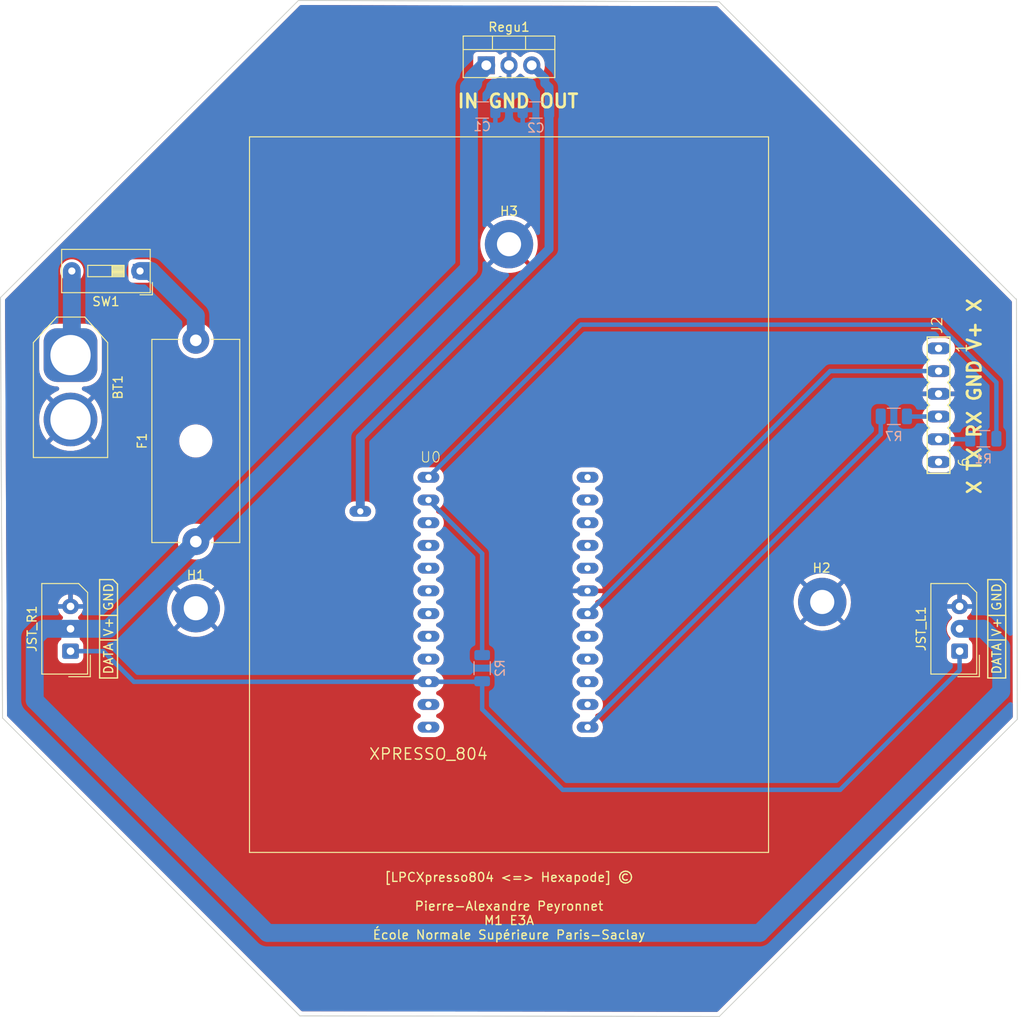
<source format=kicad_pcb>
(kicad_pcb (version 20211014) (generator pcbnew)
  (layers (0 "F.Cu" signal) (31 "B.Cu" signal) (34 "B.Paste" user) (35 "F.Paste" user) (36 "B.SilkS" user "B.Silkscreen") (37 "F.SilkS" user "F.Silkscreen") (38 "B.Mask" user) (39 "F.Mask" user) (44 "Edge.Cuts" user))
  (net 0 "")
  (net 1 "GND")
  (net 2 "+12V")
  (net 3 "/VCC_5V")
  (net 5 "/UART_TX1")
  (net 6 "/UART_RX1")
  (net 7 "/VDD")
  (net 9 "/Rx0")
  (net 10 "Net-(R1-Pad2)")
  (net 11 "/Tx0")
  (net 12 "Net-(R7-Pad1)")
  (net 31 "Net-(BT1-Pad1)")
  (net 32 "Net-(F1-Pad2)")
  (footprint "CarteUE441_v2:CON-LSTA_FE06" (layer "F.Cu") (at 189 93 -90)
    (fp_text reference "J2" (at -10 -0.5 90) (layer "F.SilkS") (effects (font (size 1.143 1.143) (thickness 0.127)) (justify right bottom)))
    (fp_text value "SERIE")
    (fp_text user "1" (at -7 -3.25 90) (layer "F.SilkS") (effects (font (size 1.143 1.143) (thickness 0.127)) (justify right bottom)))
    (fp_text user "6" (at 5.75 -3.5 90) (layer "F.SilkS") (effects (font (size 1.143 1.143) (thickness 0.127)) (justify right bottom)))
    (fp_line (start -2.794 -1.27) (end -4.826 -1.27) (layer "F.SilkS") (width 0.1524))
    (fp_line (start 7.62 1.27) (end 7.62 -1.27) (layer "F.SilkS") (width 0.1524))
    (fp_line (start 2.794 -1.27) (end 2.54 -1.016) (layer "F.SilkS") (width 0.1524))
    (fp_line (start -5.08 -1.016) (end -5.334 -1.27) (layer "F.SilkS") (width 0.1524))
    (fp_line (start 0.254 1.27) (end 2.286 1.27) (layer "F.SilkS") (width 0.1524))
    (fp_line (start -2.286 -1.27) (end -2.54 -1.016) (layer "F.SilkS") (width 0.1524))
    (fp_line (start 0.254 -1.27) (end 0 -1.016) (layer "F.SilkS") (width 0.1524))
    (fp_line (start -4.826 -1.27) (end -5.08 -1.016) (layer "F.SilkS") (width 0.1524))
    (fp_line (start -7.62 -1.27) (end -7.62 1.27) (layer "F.SilkS") (width 0.1524))
    (fp_line (start 2.54 1.016) (end 2.794 1.27) (layer "F.SilkS") (width 0.1524))
    (fp_line (start -7.62 1.27) (end -5.334 1.27) (layer "F.SilkS") (width 0.1524))
    (fp_line (start -5.334 1.27) (end -5.08 1.016) (layer "F.SilkS") (width 0.1524))
    (fp_line (start -2.54 1.016) (end -2.286 1.27) (layer "F.SilkS") (width 0.1524))
    (fp_line (start 2.794 1.27) (end 4.826 1.27) (layer "F.SilkS") (width 0.1524))
    (fp_line (start 4.826 1.27) (end 5.08 1.016) (layer "F.SilkS") (width 0.1524))
    (fp_line (start 2.286 1.27) (end 2.54 1.016) (layer "F.SilkS") (width 0.1524))
    (fp_line (start 2.54 -1.016) (end 2.286 -1.27) (layer "F.SilkS") (width 0.1524))
    (fp_line (start -4.826 1.27) (end -2.794 1.27) (layer "F.SilkS") (width 0.1524))
    (fp_line (start -2.54 -1.016) (end -2.794 -1.27) (layer "F.SilkS") (width 0.1524))
    (fp_line (start -0.254 -1.27) (end -2.286 -1.27) (layer "F.SilkS") (width 0.1524))
    (fp_line (start -2.794 1.27) (end -2.54 1.016) (layer "F.SilkS") (width 0.1524))
    (fp_line (start 0 -1.016) (end -0.254 -1.27) (layer "F.SilkS") (width 0.1524))
    (fp_line (start 4.826 -1.27) (end 2.794 -1.27) (layer "F.SilkS") (width 0.1524))
    (fp_line (start 5.08 -1.016) (end 4.826 -1.27) (layer "F.SilkS") (width 0.1524))
    (fp_line (start 5.08 1.016) (end 5.334 1.27) (layer "F.SilkS") (width 0.1524))
    (fp_line (start 7.62 -1.27) (end 5.334 -1.27) (layer "F.SilkS") (width 0.1524))
    (fp_line (start 2.286 -1.27) (end 0.254 -1.27) (layer "F.SilkS") (width 0.1524))
    (fp_line (start 0 1.016) (end 0.254 1.27) (layer "F.SilkS") (width 0.1524))
    (fp_line (start -5.334 -1.27) (end -7.62 -1.27) (layer "F.SilkS") (width 0.1524))
    (fp_line (start -2.286 1.27) (end -0.254 1.27) (layer "F.SilkS") (width 0.1524))
    (fp_line (start 5.334 1.27) (end 7.62 1.27) (layer "F.SilkS") (width 0.1524))
    (fp_line (start -5.08 1.016) (end -4.826 1.27) (layer "F.SilkS") (width 0.1524))
    (fp_line (start 5.334 -1.27) (end 5.08 -1.016) (layer "F.SilkS") (width 0.1524))
    (fp_line (start -0.254 1.27) (end 0 1.016) (layer "F.SilkS") (width 0.1524))
    (pad "1" thru_hole oval (at -6.35 0) (size 2.6416 1.3208) (drill 0.8128) (layers *.Cu *.Mask))
    (pad "2" thru_hole oval (at -3.81 0) (size 2.6416 1.3208) (drill 0.8128) (layers *.Cu *.Mask) (net 7 "/VDD"))
    (pad "3" thru_hole oval (at -1.27 0) (size 2.6416 1.3208) (drill 0.8128) (layers *.Cu *.Mask) (net 1 "GND"))
    (pad "4" thru_hole oval (at 1.27 0) (size 2.6416 1.3208) (drill 0.8128) (layers *.Cu *.Mask) (net 6 "/UART_RX1"))
    (pad "5" thru_hole oval (at 3.81 0) (size 2.6416 1.3208) (drill 0.8128) (layers *.Cu *.Mask) (net 5 "/UART_TX1"))
    (pad "6" thru_hole oval (at 6.35 0) (size 2.6416 1.3208) (drill 0.8128) (layers *.Cu *.Mask))
  )
  (footprint "Package_TO_SOT_THT:TO-220-3_Vertical" (layer "F.Cu") (at 138.46 55)
    (fp_text reference "Regu1" (at 2.54 -4.27) (layer "F.SilkS"))
    (fp_text value "L7805")
    (fp_line (start 4.391 -3.27) (end 4.391 -1.76) (layer "F.SilkS") (width 0.12))
    (fp_line (start 0.69 -3.27) (end 0.69 -1.76) (layer "F.SilkS") (width 0.12))
    (fp_line (start 7.66 -3.27) (end 7.66 1.371) (layer "F.SilkS") (width 0.12))
    (fp_line (start -2.58 -3.27) (end 7.66 -3.27) (layer "F.SilkS") (width 0.12))
    (fp_line (start -2.58 1.371) (end 7.66 1.371) (layer "F.SilkS") (width 0.12))
    (fp_line (start -2.58 -3.27) (end -2.58 1.371) (layer "F.SilkS") (width 0.12))
    (fp_line (start -2.58 -1.76) (end 7.66 -1.76) (layer "F.SilkS") (width 0.12))
    (pad "1" thru_hole rect locked (at 0 0) (size 1.905 2) (drill 1.1) (layers *.Cu *.Mask) (net 2 "+12V"))
    (pad "2" thru_hole oval locked (at 2.54 0) (size 1.905 2) (drill 1.1) (layers *.Cu *.Mask) (net 1 "GND"))
    (pad "3" thru_hole oval locked (at 5.08 0) (size 1.905 2) (drill 1.1) (layers *.Cu *.Mask) (net 3 "/VCC_5V"))
  )
  (footprint "CarteUE441_v2:LIB_ENS_AJ_V1_XPRESSO_804" (layer "F.Cu") (at 132 129)
    (fp_text reference "U0" (at -1 -29.5) (layer "F.SilkS") (effects (font (size 1.1684 1.1684) (thickness 0.1016)) (justify left bottom)))
    (fp_text value "XPRESSO_804" (at 0 3) (layer "F.SilkS") (effects (font (size 1.27 1.27))))
    (fp_line (start -20 -66) (end 38 -66) (layer "F.SilkS") (width 0.12))
    (fp_line (start -20 14) (end -20 -66) (layer "F.SilkS") (width 0.12))
    (fp_line (start 38 14) (end -20 14) (layer "F.SilkS") (width 0.12))
    (fp_line (start 38 -66) (end 38 14) (layer "F.SilkS") (width 0.12))
    (pad "5V_USB" thru_hole oval (at -7.62 -24.13) (size 2.416 1.208) (drill 0.7) (layers *.Cu *.Mask) (net 3 "/VCC_5V"))
    (pad "P$1" thru_hole oval (at 0 -27.94) (size 2.416 1.208) (drill 0.7) (layers *.Cu *.Mask) (net 10 "Net-(R1-Pad2)"))
    (pad "P$2" thru_hole oval (at 0 -25.4) (size 2.416 1.208) (drill 0.7) (layers *.Cu *.Mask) (net 11 "/Tx0"))
    (pad "P$3" thru_hole oval (at 0 -22.86) (size 2.416 1.208) (drill 0.7) (layers *.Cu *.Mask))
    (pad "P$4" thru_hole oval (at 0 -20.32) (size 2.416 1.208) (drill 0.7) (layers *.Cu *.Mask))
    (pad "P$5" thru_hole oval (at 0 -17.78) (size 2.416 1.208) (drill 0.7) (layers *.Cu *.Mask))
    (pad "P$6" thru_hole oval (at 0 -15.24) (size 2.416 1.208) (drill 0.7) (layers *.Cu *.Mask))
    (pad "P$7" thru_hole oval (at 0 -12.7) (size 2.416 1.208) (drill 0.7) (layers *.Cu *.Mask))
    (pad "P$8" thru_hole oval (at 0 -10.16) (size 2.416 1.208) (drill 0.7) (layers *.Cu *.Mask))
    (pad "P$9" thru_hole oval (at 0 -7.62) (size 2.416 1.208) (drill 0.7) (layers *.Cu *.Mask))
    (pad "P$10" thru_hole oval (at 0 -5.08) (size 2.416 1.208) (drill 0.7) (layers *.Cu *.Mask) (net 9 "/Rx0"))
    (pad "P$11" thru_hole oval (at 0 -2.54) (size 2.416 1.208) (drill 0.7) (layers *.Cu *.Mask))
    (pad "P$12" thru_hole oval (at 0 0) (size 2.416 1.208) (drill 0.7) (layers *.Cu *.Mask))
    (pad "P$13" thru_hole oval (at 17.78 0) (size 2.416 1.208) (drill 0.7) (layers *.Cu *.Mask) (net 12 "Net-(R7-Pad1)"))
    (pad "P$14" thru_hole oval (at 17.78 -2.54) (size 2.416 1.208) (drill 0.7) (layers *.Cu *.Mask))
    (pad "P$15" thru_hole oval (at 17.78 -5.08) (size 2.416 1.208) (drill 0.7) (layers *.Cu *.Mask))
    (pad "P$16" thru_hole oval (at 17.78 -7.62) (size 2.416 1.208) (drill 0.7) (layers *.Cu *.Mask))
    (pad "P$17" thru_hole oval (at 17.78 -10.16) (size 2.416 1.208) (drill 0.7) (layers *.Cu *.Mask))
    (pad "P$18" thru_hole oval (at 17.78 -12.7) (size 2.416 1.208) (drill 0.7) (layers *.Cu *.Mask) (net 7 "/VDD"))
    (pad "P$19" thru_hole oval (at 17.78 -15.24) (size 2.416 1.208) (drill 0.7) (layers *.Cu *.Mask) (net 1 "GND"))
    (pad "P$20" thru_hole oval (at 17.78 -17.78) (size 2.416 1.208) (drill 0.7) (layers *.Cu *.Mask))
    (pad "P$21" thru_hole oval (at 17.78 -20.32) (size 2.416 1.208) (drill 0.7) (layers *.Cu *.Mask))
    (pad "P$22" thru_hole oval (at 17.78 -22.86) (size 2.416 1.208) (drill 0.7) (layers *.Cu *.Mask))
    (pad "P$23" thru_hole oval (at 17.78 -25.4) (size 2.416 1.208) (drill 0.7) (layers *.Cu *.Mask))
    (pad "P$24" thru_hole oval (at 17.78 -27.94) (size 2.416 1.208) (drill 0.7) (layers *.Cu *.Mask))
  )
  (footprint "MountingHole:MountingHole_2.7mm_Pad" (layer "F.Cu") (at 141 75)
    (fp_text reference "H3" (at 0 -3.7) (layer "F.SilkS"))
    (fp_text value "MountingHole_Pad")
    (pad "1" thru_hole circle locked (at 0 0) (size 5.4 5.4) (drill 2.7) (layers *.Cu *.Mask) (net 1 "GND"))
  )
  (footprint "Button_Switch_THT:SW_DIP_SPSTx01_Slide_9.78x4.72mm_W7.62mm_P2.54mm" (layer "F.Cu") (at 99.7675 78 180)
    (fp_text reference "SW1" (at 3.81 -3.42) (layer "F.SilkS"))
    (fp_text value "SW_SPST")
    (fp_line (start 1.78 -0.155) (end 3.133333 -0.155) (layer "F.SilkS") (width 0.12))
    (fp_line (start 1.78 -0.635) (end 1.78 0.635) (layer "F.SilkS") (width 0.12))
    (fp_line (start 3.133333 -0.635) (end 3.133333 0.635) (layer "F.SilkS") (width 0.12))
    (fp_line (start -1.38 -2.66) (end 0.004 -2.66) (layer "F.SilkS") (width 0.12))
    (fp_line (start -1.14 -2.42) (end 8.76 -2.42) (layer "F.SilkS") (width 0.12))
    (fp_line (start 1.78 0.205) (end 3.133333 0.205) (layer "F.SilkS") (width 0.12))
    (fp_line (start 1.78 0.635) (end 5.84 0.635) (layer "F.SilkS") (width 0.12))
    (fp_line (start 8.76 -2.42) (end 8.76 2.42) (layer "F.SilkS") (width 0.12))
    (fp_line (start 1.78 0.085) (end 3.133333 0.085) (layer "F.SilkS") (width 0.12))
    (fp_line (start 1.78 -0.275) (end 3.133333 -0.275) (layer "F.SilkS") (width 0.12))
    (fp_line (start 1.78 -0.035) (end 3.133333 -0.035) (layer "F.SilkS") (width 0.12))
    (fp_line (start 1.78 -0.515) (end 3.133333 -0.515) (layer "F.SilkS") (width 0.12))
    (fp_line (start 1.78 0.325) (end 3.133333 0.325) (layer "F.SilkS") (width 0.12))
    (fp_line (start 1.78 0.445) (end 3.133333 0.445) (layer "F.SilkS") (width 0.12))
    (fp_line (start 5.84 -0.635) (end 1.78 -0.635) (layer "F.SilkS") (width 0.12))
    (fp_line (start -1.14 -2.42) (end -1.14 2.42) (layer "F.SilkS") (width 0.12))
    (fp_line (start 1.78 -0.395) (end 3.133333 -0.395) (layer "F.SilkS") (width 0.12))
    (fp_line (start 1.78 0.565) (end 3.133333 0.565) (layer "F.SilkS") (width 0.12))
    (fp_line (start -1.38 -2.66) (end -1.38 -1.277) (layer "F.SilkS") (width 0.12))
    (fp_line (start 5.84 0.635) (end 5.84 -0.635) (layer "F.SilkS") (width 0.12))
    (fp_line (start -1.14 2.42) (end 8.76 2.42) (layer "F.SilkS") (width 0.12))
    (pad "1" thru_hole rect locked (at 0 0 180) (size 1.6 1.6) (drill 0.8) (layers *.Cu *.Mask) (net 32 "Net-(F1-Pad2)"))
    (pad "2" thru_hole oval locked (at 7.62 0 180) (size 1.6 1.6) (drill 0.8) (layers *.Cu *.Mask) (net 31 "Net-(BT1-Pad1)"))
  )
  (footprint "MountingHole:MountingHole_2.7mm_Pad" (layer "F.Cu") (at 176 115)
    (fp_text reference "H2" (at -0.07 -3.8) (layer "F.SilkS"))
    (fp_text value "MountingHole_Pad")
    (pad "1" thru_hole circle locked (at 0 0) (size 5.4 5.4) (drill 2.7) (layers *.Cu *.Mask) (net 1 "GND"))
  )
  (footprint "MountingHole:MountingHole_2.7mm_Pad" (layer "F.Cu") (at 106 115.7)
    (fp_text reference "H1" (at 0 -3.7) (layer "F.SilkS"))
    (fp_text value "MountingHole_Pad")
    (pad "1" thru_hole circle locked (at 0 0) (size 5.4 5.4) (drill 2.7) (layers *.Cu *.Mask) (net 1 "GND"))
  )
  (footprint "Fuse:Fuseholder_Cylinder-5x20mm_Schurter_0031_8201_Horizontal_Open" (layer "F.Cu") (at 106 108.25 90)
    (fp_text reference "F1" (at 11.25 -6 90) (layer "F.SilkS"))
    (fp_text value "Fuse")
    (fp_line (start -0.11 -4.91) (end 22.61 -4.91) (layer "F.SilkS") (width 0.12))
    (fp_line (start 22.61 4.91) (end 22.61 1.75) (layer "F.SilkS") (width 0.12))
    (fp_line (start -0.11 4.91) (end 22.61 4.91) (layer "F.SilkS") (width 0.12))
    (fp_line (start -0.11 4.91) (end -0.11 1.75) (layer "F.SilkS") (width 0.12))
    (fp_line (start -0.11 -1.75) (end -0.11 -4.91) (layer "F.SilkS") (width 0.12))
    (fp_line (start 22.61 -1.75) (end 22.61 -4.91) (layer "F.SilkS") (width 0.12))
    (pad "" np_thru_hole circle locked (at 11.25 0 90) (size 2.7 2.7) (drill 2.7) (layers *.Cu *.Mask))
    (pad "1" thru_hole circle locked (at 0 0 90) (size 3 3) (drill 1.3) (layers *.Cu *.Mask) (net 2 "+12V"))
    (pad "2" thru_hole circle locked (at 22.5 0 90) (size 3 3) (drill 1.3) (layers *.Cu *.Mask) (net 32 "Net-(F1-Pad2)"))
  )
  (footprint "Connector_AMASS:AMASS_XT60-F_1x02_P7.20mm_Vertical" (layer "F.Cu") (at 92 87.4 -90)
    (fp_text reference "BT1" (at 3.6 -5.3 90) (layer "F.SilkS"))
    (fp_text value "Battery")
    (fp_line (start -1.4 -4.15) (end -4.25 -1.6) (layer "F.SilkS") (width 0.12))
    (fp_line (start -4.25 1.55) (end -1.4 4.15) (layer "F.SilkS") (width 0.12))
    (fp_line (start -1.4 4.15) (end 11.45 4.15) (layer "F.SilkS") (width 0.12))
    (fp_line (start 11.45 -4.15) (end -1.4 -4.15) (layer "F.SilkS") (width 0.12))
    (fp_line (start 11.45 4.15) (end 11.45 -4.15) (layer "F.SilkS") (width 0.12))
    (fp_line (start -4.25 -1.6) (end -4.25 1.55) (layer "F.SilkS") (width 0.12))
    (pad "1" thru_hole roundrect locked (at 0 0 270) (size 6 6) (drill 4.5) (layers *.Cu *.Mask) (net 31 "Net-(BT1-Pad1)"))
    (pad "2" thru_hole circle locked (at 7.2 0 270) (size 6 6) (drill 4.5) (layers *.Cu *.Mask) (net 1 "GND"))
  )
  (footprint "Connector_Molex:Molex_SPOX_5267-03A_1x03_P2.50mm_Vertical" (layer "F.Cu") (at 92 120.5 90)
    (fp_text reference "JST_R1" (at 2.5 -4.3 90) (layer "F.SilkS"))
    (fp_text value "Conn_01x03_Male")
    (fp_line (start -2.56 -3.21) (end -2.56 1.91) (layer "F.SilkS") (width 0.12))
    (fp_line (start 6.56 1.91) (end 7.56 0.91) (layer "F.SilkS") (width 0.12))
    (fp_line (start -2.86 2.21) (end -0.45 2.21) (layer "F.SilkS") (width 0.12))
    (fp_line (start -2.86 -0.2) (end -2.86 2.21) (layer "F.SilkS") (width 0.12))
    (fp_line (start 7.56 0.91) (end 7.56 -3.21) (layer "F.SilkS") (width 0.12))
    (fp_line (start 7.56 -3.21) (end -2.56 -3.21) (layer "F.SilkS") (width 0.12))
    (fp_line (start -2.56 1.91) (end 6.56 1.91) (layer "F.SilkS") (width 0.12))
    (pad "1" thru_hole roundrect locked (at 0 0 90) (size 1.7 1.85) (drill 0.85) (layers *.Cu *.Mask) (roundrect_rratio 0.1470588235) (net 9 "/Rx0"))
    (pad "2" thru_hole oval locked (at 2.5 0 90) (size 1.7 1.85) (drill 0.85) (layers *.Cu *.Mask) (net 2 "+12V"))
    (pad "3" thru_hole oval locked (at 5 0 90) (size 1.7 1.85) (drill 0.85) (layers *.Cu *.Mask) (net 1 "GND"))
  )
  (footprint "Connector_Molex:Molex_SPOX_5267-03A_1x03_P2.50mm_Vertical" (layer "F.Cu") (at 191.35 120.5 90)
    (fp_text reference "JST_L1" (at 2.5 -4.3 90) (layer "F.SilkS"))
    (fp_text value "Conn_01x03_Male")
    (fp_line (start -2.86 -0.2) (end -2.86 2.21) (layer "F.SilkS") (width 0.12))
    (fp_line (start -2.56 1.91) (end 6.56 1.91) (layer "F.SilkS") (width 0.12))
    (fp_line (start 7.56 0.91) (end 7.56 -3.21) (layer "F.SilkS") (width 0.12))
    (fp_line (start 6.56 1.91) (end 7.56 0.91) (layer "F.SilkS") (width 0.12))
    (fp_line (start 7.56 -3.21) (end -2.56 -3.21) (layer "F.SilkS") (width 0.12))
    (fp_line (start -2.56 -3.21) (end -2.56 1.91) (layer "F.SilkS") (width 0.12))
    (fp_line (start -2.86 2.21) (end -0.45 2.21) (layer "F.SilkS") (width 0.12))
    (pad "1" thru_hole roundrect locked (at 0 0 90) (size 1.7 1.85) (drill 0.85) (layers *.Cu *.Mask) (roundrect_rratio 0.1470588235) (net 9 "/Rx0"))
    (pad "2" thru_hole oval locked (at 2.5 0 90) (size 1.7 1.85) (drill 0.85) (layers *.Cu *.Mask) (net 2 "+12V"))
    (pad "3" thru_hole oval locked (at 5 0 90) (size 1.7 1.85) (drill 0.85) (layers *.Cu *.Mask) (net 1 "GND"))
  )
  (footprint "Resistor_SMD:R_1206_3216Metric" (layer "B.Cu") (at 138 122.4 90)
    (fp_text reference "R2" (at 0 2 90) (layer "B.SilkS") (effects (justify mirror)))
    (fp_text value "1kOhm")
    (fp_line (start -0.727064 -0.91) (end 0.727064 -0.91) (layer "B.SilkS") (width 0.12))
    (fp_line (start -0.727064 0.91) (end 0.727064 0.91) (layer "B.SilkS") (width 0.12))
    (pad "1" smd roundrect locked (at -1.4625 0 90) (size 1.125 1.75) (layers "B.Cu" "B.Paste" "B.Mask") (roundrect_rratio 0.2222222222) (net 9 "/Rx0"))
    (pad "2" smd roundrect locked (at 1.4625 0 90) (size 1.125 1.75) (layers "B.Cu" "B.Paste" "B.Mask") (roundrect_rratio 0.2222222222) (net 11 "/Tx0"))
  )
  (footprint "Capacitor_SMD:C_1206_3216Metric" (layer "B.Cu") (at 144 60 180)
    (fp_text reference "C2" (at 0 -2) (layer "B.SilkS") (effects (justify mirror)))
    (fp_text value "100nF")
    (fp_line (start -0.711252 -0.91) (end 0.711252 -0.91) (layer "B.SilkS") (width 0.12))
    (fp_line (start -0.711252 0.91) (end 0.711252 0.91) (layer "B.SilkS") (width 0.12))
    (pad "1" smd roundrect locked (at -1.475 0 180) (size 1.15 1.8) (layers "B.Cu" "B.Paste" "B.Mask") (roundrect_rratio 0.2173913043) (net 3 "/VCC_5V"))
    (pad "2" smd roundrect locked (at 1.475 0 180) (size 1.15 1.8) (layers "B.Cu" "B.Paste" "B.Mask") (roundrect_rratio 0.2173913043) (net 1 "GND"))
  )
  (footprint "Resistor_SMD:R_1206_3216Metric" (layer "B.Cu") (at 184 94.25)
    (fp_text reference "R7" (at 0 2.25) (layer "B.SilkS") (effects (justify mirror)))
    (fp_text value "560")
    (fp_line (start -0.727064 -0.91) (end 0.727064 -0.91) (layer "B.SilkS") (width 0.12))
    (fp_line (start -0.727064 0.91) (end 0.727064 0.91) (layer "B.SilkS") (width 0.12))
    (pad "1" smd roundrect locked (at -1.4625 0) (size 1.125 1.75) (layers "B.Cu" "B.Paste" "B.Mask") (roundrect_rratio 0.2222222222) (net 12 "Net-(R7-Pad1)"))
    (pad "2" smd roundrect locked (at 1.4625 0) (size 1.125 1.75) (layers "B.Cu" "B.Paste" "B.Mask") (roundrect_rratio 0.2222222222) (net 6 "/UART_RX1"))
  )
  (footprint "Resistor_SMD:R_1206_3216Metric" (layer "B.Cu") (at 194 96.75)
    (fp_text reference "R1" (at 0 2.25) (layer "B.SilkS") (effects (justify mirror)))
    (fp_text value "560")
    (fp_line (start -0.727064 0.91) (end 0.727064 0.91) (layer "B.SilkS") (width 0.12))
    (fp_line (start -0.727064 -0.91) (end 0.727064 -0.91) (layer "B.SilkS") (width 0.12))
    (pad "1" smd roundrect locked (at -1.4625 0) (size 1.125 1.75) (layers "B.Cu" "B.Paste" "B.Mask") (roundrect_rratio 0.2222222222) (net 5 "/UART_TX1"))
    (pad "2" smd roundrect locked (at 1.4625 0) (size 1.125 1.75) (layers "B.Cu" "B.Paste" "B.Mask") (roundrect_rratio 0.2222222222) (net 10 "Net-(R1-Pad2)"))
  )
  (footprint "Capacitor_SMD:C_1206_3216Metric" (layer "B.Cu") (at 138 60)
    (fp_text reference "C1" (at 0 1.85) (layer "B.SilkS") (effects (justify mirror)))
    (fp_text value "330nF")
    (fp_line (start -0.711252 -0.91) (end 0.711252 -0.91) (layer "B.SilkS") (width 0.12))
    (fp_line (start -0.711252 0.91) (end 0.711252 0.91) (layer "B.SilkS") (width 0.12))
    (pad "1" smd roundrect locked (at -1.475 0) (size 1.15 1.8) (layers "B.Cu" "B.Paste" "B.Mask") (roundrect_rratio 0.2173913043) (net 2 "+12V"))
    (pad "2" smd roundrect locked (at 1.475 0) (size 1.15 1.8) (layers "B.Cu" "B.Paste" "B.Mask") (roundrect_rratio 0.2173913043) (net 1 "GND"))
  )
  (gr_line (start 196 112.5) (end 196.5 113) (layer "F.SilkS") (width 0.15))
  (gr_line (start 97.25 113) (end 97.25 123.5) (layer "F.SilkS") (width 0.15))
  (gr_line (start 97.25 116.5) (end 95.25 116.5) (layer "F.SilkS") (width 0.15))
  (gr_line (start 194.5 112.5) (end 196 112.5) (layer "F.SilkS") (width 0.15))
  (gr_line (start 196.5 119.25) (end 196.5 116.5) (layer "F.SilkS") (width 0.15))
  (gr_line (start 95.25 123.5) (end 95.25 112.5) (layer "F.SilkS") (width 0.15))
  (gr_line (start 95.25 112.5) (end 96.75 112.5) (layer "F.SilkS") (width 0.15))
  (gr_line (start 194.5 119.25) (end 196.5 119.25) (layer "F.SilkS") (width 0.15))
  (gr_line (start 97.25 123.5) (end 95.25 123.5) (layer "F.SilkS") (width 0.15))
  (gr_line (start 194.5 123.5) (end 194.5 112.5) (layer "F.SilkS") (width 0.15))
  (gr_line (start 96.75 112.5) (end 97.25 113) (layer "F.SilkS") (width 0.15))
  (gr_line (start 95.25 119.25) (end 97.25 119.25) (layer "F.SilkS") (width 0.15))
  (gr_line (start 196.5 116.5) (end 194.5 116.5) (layer "F.SilkS") (width 0.15))
  (gr_line (start 196.5 123.5) (end 194.5 123.5) (layer "F.SilkS") (width 0.15))
  (gr_line (start 196.5 113) (end 196.5 123.5) (layer "F.SilkS") (width 0.15))
  (gr_line (start 84.17 80.97) (end 84.4 127.97) (layer "Edge.Cuts") (width 0.1))
  (gr_line (start 164.48 47.89) (end 117.47 47.75) (layer "Edge.Cuts") (width 0.1))
  (gr_line (start 84.17 80.97) (end 84.4 127.97) (layer "Edge.Cuts") (width 0.1))
  (gr_line (start 84.4 127.97) (end 117.62 161.27) (layer "Edge.Cuts") (width 0.1))
  (gr_line (start 197.7 81.19) (end 164.48 47.89) (layer "Edge.Cuts") (width 0.1))
  (gr_line (start 164.48 47.89) (end 117.47 47.75) (layer "Edge.Cuts") (width 0.1))
  (gr_line (start 117.62 161.27) (end 164.5 161.34) (layer "Edge.Cuts") (width 0.1))
  (gr_line (start 117.47 47.75) (end 117.47 47.75) (layer "Edge.Cuts") (width 0.1))
  (gr_line (start 117.62 161.27) (end 164.5 161.34) (layer "Edge.Cuts") (width 0.1))
  (gr_line (start 197.8 128.12) (end 197.7 81.19) (layer "Edge.Cuts") (width 0.1))
  (gr_line (start 164.5 161.34) (end 197.8 128.12) (layer "Edge.Cuts") (width 0.1))
  (gr_line (start 84.4 127.97) (end 84.4 127.97) (layer "Edge.Cuts") (width 0.1))
  (gr_line (start 197.8 128.12) (end 197.7 81.11) (layer "Edge.Cuts") (width 0.1))
  (gr_line (start 117.47 47.75) (end 84.17 80.97) (layer "Edge.Cuts") (width 0.1))
  (gr_text "[LPCXpresso804 <=> Hexapode] ©\n\nPierre-Alexandre Peyronnet\nM1 E3A\nÉcole Normale Supérieure Paris-Saclay" (at 141 149) (layer "F.SilkS") (effects (font (size 1 1))))
  (gr_text "DATA V+ GND" (at 96.25 118 90) (layer "F.SilkS") (effects (font (size 1 1))))
  (gr_text "IN GND OUT\n" (at 142 59) (layer "F.SilkS") (effects (font (size 1.5 1.5) (thickness 0.3))))
  (gr_text "DATA V+ GND" (at 195.5 118 90) (layer "F.SilkS") (effects (font (size 1 1))))
  (gr_text "X TX RX GND V+ X" (at 193 92 90) (layer "F.SilkS") (effects (font (size 1.5 1.5) (thickness 0.3))))
  (segment (start 137 57) (end 137 56.46) (width 2) (layer "B.Cu") (net 2))
  (segment (start 106 108.25) (end 136.525 77.725) (width 2) (layer "B.Cu") (net 2))
  (segment (start 136.525 60) (end 136.525 57.475) (width 2) (layer "B.Cu") (net 2))
  (segment (start 92 118) (end 89 118) (width 2) (layer "B.Cu") (net 2))
  (segment (start 89 118) (end 88 119) (width 2) (layer "B.Cu") (net 2))
  (segment (start 96.25 118) (end 92 118) (width 2) (layer "B.Cu") (net 2))
  (segment (start 114 152) (end 169 152) (width 2) (layer "B.Cu") (net 2))
  (segment (start 169 152) (end 196 125) (width 2) (layer "B.Cu") (net 2))
  (segment (start 88 119) (end 88 126) (width 2) (layer "B.Cu") (net 2))
  (segment (start 106 108.25) (end 96.25 118) (width 2) (layer "B.Cu") (net 2))
  (segment (start 88 126) (end 114 152) (width 2) (layer "B.Cu") (net 2))
  (segment (start 196 125) (end 196 120) (width 2) (layer "B.Cu") (net 2))
  (segment (start 137 56.46) (end 138.46 55) (width 2) (layer "B.Cu") (net 2))
  (segment (start 196 120) (end 194 118) (width 2) (layer "B.Cu") (net 2))
  (segment (start 194 118) (end 191.35 118) (width 2) (layer "B.Cu") (net 2))
  (segment (start 136.525 77.725) (end 136.525 60) (width 2) (layer "B.Cu") (net 2))
  (segment (start 136.525 57.475) (end 137 57) (width 2) (layer "B.Cu") (net 2))
  (segment (start 124.38 96.62) (end 124.38 104.87) (width 1) (layer "B.Cu") (net 3))
  (segment (start 145 56.46) (end 143.54 55) (width 1) (layer "B.Cu") (net 3))
  (segment (start 145.475 75.525) (end 124.38 96.62) (width 1) (layer "B.Cu") (net 3))
  (segment (start 145 57) (end 145.475 57.475) (width 1) (layer "B.Cu") (net 3))
  (segment (start 145.475 60) (end 145.475 75.525) (width 1) (layer "B.Cu") (net 3))
  (segment (start 145 57) (end 145 56.46) (width 1) (layer "B.Cu") (net 3))
  (segment (start 145.475 57.475) (end 145.475 60) (width 1) (layer "B.Cu") (net 3))
  (segment (start 192.5375 96.75) (end 192.4775 96.81) (width 0.25) (layer "B.Cu") (net 5))
  (segment (start 192.4775 96.81) (end 189 96.81) (width 0.5) (layer "B.Cu") (net 5))
  (segment (start 185.4625 94.25) (end 185.4825 94.27) (width 0.25) (layer "B.Cu") (net 6))
  (segment (start 185.4825 94.27) (end 189 94.27) (width 0.5) (layer "B.Cu") (net 6))
  (segment (start 149.78 116.3) (end 176.89 89.19) (width 0.5) (layer "B.Cu") (net 7))
  (segment (start 176.89 89.19) (end 189 89.19) (width 0.5) (layer "B.Cu") (net 7))
  (segment (start 191.35 122.65) (end 191.35 120.5) (width 0.5) (layer "B.Cu") (net 9))
  (segment (start 147 136) (end 178 136) (width 0.5) (layer "B.Cu") (net 9))
  (segment (start 137.9425 123.92) (end 132 123.92) (width 0.5) (layer "B.Cu") (net 9))
  (segment (start 138 123.8625) (end 137.9425 123.92) (width 0.25) (layer "B.Cu") (net 9))
  (segment (start 99.08 123.92) (end 95.66 120.5) (width 0.5) (layer "B.Cu") (net 9))
  (segment (start 138 127) (end 147 136) (width 0.5) (layer "B.Cu") (net 9))
  (segment (start 178 136) (end 191.35 122.65) (width 0.5) (layer "B.Cu") (net 9))
  (segment (start 95.66 120.5) (end 92 120.5) (width 0.5) (layer "B.Cu") (net 9))
  (segment (start 138 123.8625) (end 138 127) (width 0.5) (layer "B.Cu") (net 9))
  (segment (start 132 123.92) (end 99.08 123.92) (width 0.5) (layer "B.Cu") (net 9))
  (segment (start 149.06 84) (end 132 101.06) (width 0.5) (layer "B.Cu") (net 10))
  (segment (start 189 84) (end 149.06 84) (width 0.5) (layer "B.Cu") (net 10))
  (segment (start 195.4625 90.4625) (end 189 84) (width 0.5) (layer "B.Cu") (net 10))
  (segment (start 195.4625 96.75) (end 195.4625 90.4625) (width 0.5) (layer "B.Cu") (net 10))
  (segment (start 132 103.6) (end 138 109.6) (width 0.5) (layer "B.Cu") (net 11))
  (segment (start 138 109.6) (end 138 120.9375) (width 0.5) (layer "B.Cu") (net 11))
  (segment (start 182.5375 94.25) (end 182.5375 96.2425) (width 0.5) (layer "B.Cu") (net 12))
  (segment (start 182.5375 96.2425) (end 149.78 129) (width 0.5) (layer "B.Cu") (net 12))
  (segment (start 92.1475 87.2525) (end 92.1475 78) (width 2) (layer "B.Cu") (net 31))
  (segment (start 92 87.4) (end 92.1475 87.2525) (width 2) (layer "B.Cu") (net 31))
  (segment (start 99.7675 78) (end 101 78) (width 2) (layer "B.Cu") (net 32))
  (segment (start 106 83) (end 106 85.75) (width 2) (layer "B.Cu") (net 32))
  (segment (start 101 78) (end 106 83) (width 2) (layer "B.Cu") (net 32))
  (zone (net 1) (net_name "GND") (layers F&B.Cu) (connect_pads (clearance 0.508)) (min_thickness 0.5) (fill yes (thermal_gap 0.508) (thermal_bridge_width 0.508))
    (polygon (pts (xy 197.8 81.2) (xy 197.8 128.2) (xy 164.6 161.4) (xy 117.6 161.4) (xy 84.4 128) (xy 84.2 81) (xy 117.4 47.8) (xy 164.6 47.8)))
  )
)
</source>
